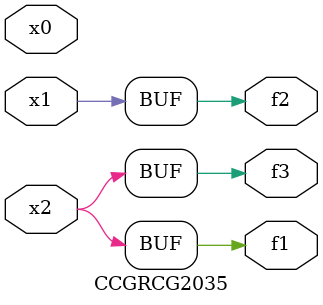
<source format=v>
module CCGRCG2035(
	input x0, x1, x2,
	output f1, f2, f3
);
	assign f1 = x2;
	assign f2 = x1;
	assign f3 = x2;
endmodule

</source>
